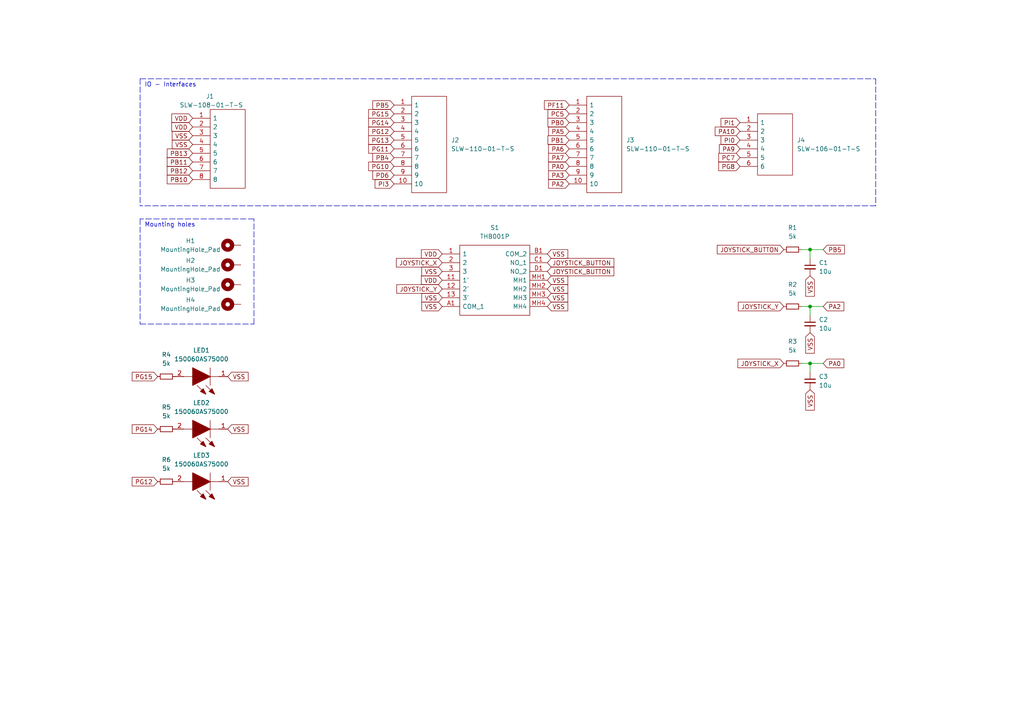
<source format=kicad_sch>
(kicad_sch (version 20211123) (generator eeschema)
  (paper "A4")
  (lib_symbols
    (symbol "Device:C_Small" (pin_numbers hide) (pin_names (offset 0.254) hide)
      (property "Reference" "C" (at 0.254 1.778 0))
      (property "Value" "C_Small" (at 0.254 -2.032 0))
      (symbol "C_Small_0_1"
        (polyline (pts (xy -1.524 -0.508) (xy 1.524 -0.508)) (stroke (width 0.3302)))
        (polyline (pts (xy -1.524 0.508) (xy 1.524 0.508)) (stroke (width 0.3048)))
      )
      (symbol "C_Small_1_1"
        (pin passive line (at 0 2.54 270) (length 2.032) (name "~") (number "1"))
        (pin passive line (at 0 -2.54 90) (length 2.032) (name "~") (number "2"))
      )
    )
    (symbol "Device:R_Small" (pin_numbers hide) (pin_names (offset 0.254) hide)
      (property "Reference" "R" (at 0.762 0.508 0))
      (property "Value" "R_Small" (at 0.762 -1.016 0))
      (symbol "R_Small_0_1"
        (rectangle (start -0.762 1.778) (end 0.762 -1.778) (stroke (width 0.2032)))
      )
      (symbol "R_Small_1_1"
        (pin passive line (at 0 2.54 270) (length 0.762) (name "~") (number "1"))
        (pin passive line (at 0 -2.54 90) (length 0.762) (name "~") (number "2"))
      )
    )
    (symbol "Mechanical:MountingHole_Pad" (pin_numbers hide) (pin_names (offset 1.016) hide)
      (property "Reference" "H" (at 0 6.35 0))
      (property "Value" "MountingHole_Pad" (at 0 4.445 0))
      (symbol "MountingHole_Pad_0_1"
        (circle (center 0 1.27) (radius 1.27) (stroke (width 1.27)))
      )
      (symbol "MountingHole_Pad_1_1"
        (pin input line (at 0 -2.54 90) (length 2.54) (name "1") (number "1"))
      )
    )
    (symbol "SamacSys_Parts:150060AS75000" (pin_names (offset 0.762))
      (property "Reference" "LED" (at 12.7 8.89 0))
      (property "Value" "150060AS75000" (at 12.7 6.35 0))
      (symbol "150060AS75000_0_0"
        (pin passive line (at 0 0 0) (length 2.54) (name "~") (number "1"))
        (pin passive line (at 15.24 0 180) (length 2.54) (name "~") (number "2"))
      )
      (symbol "150060AS75000_0_1"
        (polyline (pts (xy 2.54 0) (xy 5.08 0)) (stroke (width 0.1524)))
        (polyline (pts (xy 5.08 2.54) (xy 5.08 -2.54)) (stroke (width 0.1524)))
        (polyline (pts (xy 6.35 2.54) (xy 3.81 5.08)) (stroke (width 0.1524)))
        (polyline (pts (xy 8.89 2.54) (xy 6.35 5.08)) (stroke (width 0.1524)))
        (polyline (pts (xy 10.16 0) (xy 12.7 0)) (stroke (width 0.1524)))
        (polyline (pts (xy 5.08 0) (xy 10.16 2.54) (xy 10.16 -2.54) (xy 5.08 0)) (stroke (width 0.254)) (fill (type outline)))
        (polyline (pts (xy 5.334 4.318) (xy 4.572 3.556) (xy 3.81 5.08) (xy 5.334 4.318)) (stroke (width 0.254)) (fill (type outline)))
        (polyline (pts (xy 7.874 4.318) (xy 7.112 3.556) (xy 6.35 5.08) (xy 7.874 4.318)) (stroke (width 0.254)) (fill (type outline)))
      )
    )
    (symbol "SamacSys_Parts:SLW-106-01-T-S" (pin_names (offset 0.762))
      (property "Reference" "J" (at 16.51 7.62 0))
      (property "Value" "SLW-106-01-T-S" (at 16.51 5.08 0))
      (symbol "SLW-106-01-T-S_0_0"
        (pin passive line (at 0 0 0) (length 5.08) (name "1") (number "1"))
        (pin passive line (at 0 -2.54 0) (length 5.08) (name "2") (number "2"))
        (pin passive line (at 0 -5.08 0) (length 5.08) (name "3") (number "3"))
        (pin passive line (at 0 -7.62 0) (length 5.08) (name "4") (number "4"))
        (pin passive line (at 0 -10.16 0) (length 5.08) (name "5") (number "5"))
        (pin passive line (at 0 -12.7 0) (length 5.08) (name "6") (number "6"))
      )
      (symbol "SLW-106-01-T-S_0_1"
        (polyline (pts (xy 5.08 2.54) (xy 15.24 2.54) (xy 15.24 -15.24) (xy 5.08 -15.24) (xy 5.08 2.54)) (stroke (width 0.1524)))
      )
    )
    (symbol "SamacSys_Parts:SLW-108-01-T-S" (pin_names (offset 0.762))
      (property "Reference" "J" (at 16.51 7.62 0))
      (property "Value" "SLW-108-01-T-S" (at 16.51 5.08 0))
      (symbol "SLW-108-01-T-S_0_0"
        (pin passive line (at 0 0 0) (length 5.08) (name "1") (number "1"))
        (pin passive line (at 0 -2.54 0) (length 5.08) (name "2") (number "2"))
        (pin passive line (at 0 -5.08 0) (length 5.08) (name "3") (number "3"))
        (pin passive line (at 0 -7.62 0) (length 5.08) (name "4") (number "4"))
        (pin passive line (at 0 -10.16 0) (length 5.08) (name "5") (number "5"))
        (pin passive line (at 0 -12.7 0) (length 5.08) (name "6") (number "6"))
        (pin passive line (at 0 -15.24 0) (length 5.08) (name "7") (number "7"))
        (pin passive line (at 0 -17.78 0) (length 5.08) (name "8") (number "8"))
      )
      (symbol "SLW-108-01-T-S_0_1"
        (polyline (pts (xy 5.08 2.54) (xy 15.24 2.54) (xy 15.24 -20.32) (xy 5.08 -20.32) (xy 5.08 2.54)) (stroke (width 0.1524)))
      )
    )
    (symbol "SamacSys_Parts:SLW-110-01-T-S" (pin_names (offset 0.762))
      (property "Reference" "J" (at 16.51 7.62 0))
      (property "Value" "SLW-110-01-T-S" (at 16.51 5.08 0))
      (symbol "SLW-110-01-T-S_0_0"
        (pin passive line (at 0 0 0) (length 5.08) (name "1") (number "1"))
        (pin passive line (at 0 -22.86 0) (length 5.08) (name "10") (number "10"))
        (pin passive line (at 0 -2.54 0) (length 5.08) (name "2") (number "2"))
        (pin passive line (at 0 -5.08 0) (length 5.08) (name "3") (number "3"))
        (pin passive line (at 0 -7.62 0) (length 5.08) (name "4") (number "4"))
        (pin passive line (at 0 -10.16 0) (length 5.08) (name "5") (number "5"))
        (pin passive line (at 0 -12.7 0) (length 5.08) (name "6") (number "6"))
        (pin passive line (at 0 -15.24 0) (length 5.08) (name "7") (number "7"))
        (pin passive line (at 0 -17.78 0) (length 5.08) (name "8") (number "8"))
        (pin passive line (at 0 -20.32 0) (length 5.08) (name "9") (number "9"))
      )
      (symbol "SLW-110-01-T-S_0_1"
        (polyline (pts (xy 5.08 2.54) (xy 15.24 2.54) (xy 15.24 -25.4) (xy 5.08 -25.4) (xy 5.08 2.54)) (stroke (width 0.1524)))
      )
    )
    (symbol "SamacSys_Parts:THB001P" (pin_names (offset 0.762))
      (property "Reference" "S" (at 26.67 7.62 0))
      (property "Value" "THB001P" (at 26.67 5.08 0))
      (symbol "THB001P_0_0"
        (pin passive line (at 0 0 0) (length 5.08) (name "1") (number "1"))
        (pin passive line (at 0 -7.62 0) (length 5.08) (name "1'") (number "11"))
        (pin passive line (at 0 -10.16 0) (length 5.08) (name "2'") (number "12"))
        (pin passive line (at 0 -12.7 0) (length 5.08) (name "3'") (number "13"))
        (pin passive line (at 0 -2.54 0) (length 5.08) (name "2") (number "2"))
        (pin passive line (at 0 -5.08 0) (length 5.08) (name "3") (number "3"))
        (pin passive line (at 0 -15.24 0) (length 5.08) (name "COM_1") (number "A1"))
        (pin passive line (at 30.48 0 180) (length 5.08) (name "COM_2") (number "B1"))
        (pin passive line (at 30.48 -2.54 180) (length 5.08) (name "NO_1") (number "C1"))
        (pin passive line (at 30.48 -5.08 180) (length 5.08) (name "NO_2") (number "D1"))
        (pin passive line (at 30.48 -7.62 180) (length 5.08) (name "MH1") (number "MH1"))
        (pin passive line (at 30.48 -10.16 180) (length 5.08) (name "MH2") (number "MH2"))
        (pin passive line (at 30.48 -12.7 180) (length 5.08) (name "MH3") (number "MH3"))
        (pin passive line (at 30.48 -15.24 180) (length 5.08) (name "MH4") (number "MH4"))
      )
      (symbol "THB001P_0_1"
        (polyline (pts (xy 5.08 2.54) (xy 25.4 2.54) (xy 25.4 -17.78) (xy 5.08 -17.78) (xy 5.08 2.54)) (stroke (width 0.1524)))
      )
    )
  )
  (junction (at 234.95 72.39))
  (junction (at 234.95 105.41))
  (junction (at 234.95 88.9))
  (polyline (pts (xy 254 22.86) (xy 254 59.69)))
  (wire (pts (xy 234.95 72.39) (xy 234.95 74.93)))
  (wire (pts (xy 232.41 88.9) (xy 234.95 88.9)))
  (polyline (pts (xy 40.64 63.5) (xy 40.64 93.98)))
  (wire (pts (xy 234.95 105.41) (xy 234.95 107.95)))
  (polyline (pts (xy 40.64 22.86) (xy 254 22.86)))
  (wire (pts (xy 234.95 88.9) (xy 234.95 91.44)))
  (polyline (pts (xy 73.66 93.98) (xy 73.66 63.5)))
  (wire (pts (xy 232.41 105.41) (xy 234.95 105.41)))
  (wire (pts (xy 234.95 88.9) (xy 238.76 88.9)))
  (wire (pts (xy 232.41 72.39) (xy 234.95 72.39)))
  (polyline (pts (xy 40.64 22.86) (xy 40.64 59.69)))
  (wire (pts (xy 234.95 72.39) (xy 238.76 72.39)))
  (polyline (pts (xy 40.64 93.98) (xy 73.66 93.98)))
  (polyline (pts (xy 73.66 63.5) (xy 40.64 63.5)))
  (wire (pts (xy 234.95 105.41) (xy 238.76 105.41)))
  (polyline (pts (xy 254 59.69) (xy 40.64 59.69)))
  (text "IO - Interfaces" (at 41.91 25.4 0) (effects (font (size 1.27 1.27)) (justify left bottom)))
  (text "Mounting holes" (at 41.91 66.04 0) (effects (font (size 1.27 1.27)) (justify left bottom)))
  (global_label "PB4" (shape input) (at 114.3 45.72 180) (property "Intersheet References" "${INTERSHEET_REFS}" (effects hide)))
  (global_label "PA0" (shape input) (at 238.76 105.41 0) (property "Intersheet References" "${INTERSHEET_REFS}" (effects hide)))
  (global_label "JOYSTICK_X" (shape input) (at 227.33 105.41 180) (property "Intersheet References" "${INTERSHEET_REFS}" (effects hide)))
  (global_label "PB1" (shape input) (at 165.1 40.64 180) (property "Intersheet References" "${INTERSHEET_REFS}" (effects hide)))
  (global_label "JOYSTICK_BUTTON" (shape input) (at 158.75 76.2 0) (property "Intersheet References" "${INTERSHEET_REFS}" (effects hide)))
  (global_label "VSS" (shape input) (at 158.75 73.66 0) (property "Intersheet References" "${INTERSHEET_REFS}" (effects hide)))
  (global_label "PA2" (shape input) (at 165.1 53.34 180) (property "Intersheet References" "${INTERSHEET_REFS}" (effects hide)))
  (global_label "JOYSTICK_BUTTON" (shape input) (at 158.75 78.74 0) (property "Intersheet References" "${INTERSHEET_REFS}" (effects hide)))
  (global_label "PG12" (shape input) (at 114.3 38.1 180) (property "Intersheet References" "${INTERSHEET_REFS}" (effects hide)))
  (global_label "PG10" (shape input) (at 114.3 48.26 180) (property "Intersheet References" "${INTERSHEET_REFS}" (effects hide)))
  (global_label "PG8" (shape input) (at 214.63 48.26 180) (property "Intersheet References" "${INTERSHEET_REFS}" (effects hide)))
  (global_label "VSS" (shape input) (at 66.04 139.7 0) (property "Intersheet References" "${INTERSHEET_REFS}" (effects hide)))
  (global_label "PA5" (shape input) (at 165.1 38.1 180) (property "Intersheet References" "${INTERSHEET_REFS}" (effects hide)))
  (global_label "VSS" (shape input) (at 128.27 86.36 180) (property "Intersheet References" "${INTERSHEET_REFS}" (effects hide)))
  (global_label "VSS" (shape input) (at 66.04 124.46 0) (property "Intersheet References" "${INTERSHEET_REFS}" (effects hide)))
  (global_label "PA10" (shape input) (at 214.63 38.1 180) (property "Intersheet References" "${INTERSHEET_REFS}" (effects hide)))
  (global_label "VDD" (shape input) (at 128.27 81.28 180) (property "Intersheet References" "${INTERSHEET_REFS}" (effects hide)))
  (global_label "PD6" (shape input) (at 114.3 50.8 180) (property "Intersheet References" "${INTERSHEET_REFS}" (effects hide)))
  (global_label "VDD" (shape input) (at 128.27 73.66 180) (property "Intersheet References" "${INTERSHEET_REFS}" (effects hide)))
  (global_label "PF11" (shape input) (at 165.1 30.48 180) (property "Intersheet References" "${INTERSHEET_REFS}" (effects hide)))
  (global_label "PB12" (shape input) (at 55.88 49.53 180) (property "Intersheet References" "${INTERSHEET_REFS}" (effects hide)))
  (global_label "PB5" (shape input) (at 238.76 72.39 0) (property "Intersheet References" "${INTERSHEET_REFS}" (effects hide)))
  (global_label "PG15" (shape input) (at 45.72 109.22 180) (property "Intersheet References" "${INTERSHEET_REFS}" (effects hide)))
  (global_label "VSS" (shape input) (at 158.75 86.36 0) (property "Intersheet References" "${INTERSHEET_REFS}" (effects hide)))
  (global_label "JOYSTICK_X" (shape input) (at 128.27 76.2 180) (property "Intersheet References" "${INTERSHEET_REFS}" (effects hide)))
  (global_label "VSS" (shape input) (at 55.88 41.91 180) (property "Intersheet References" "${INTERSHEET_REFS}" (effects hide)))
  (global_label "PB5" (shape input) (at 114.3 30.48 180) (property "Intersheet References" "${INTERSHEET_REFS}" (effects hide)))
  (global_label "VDD" (shape input) (at 55.88 36.83 180) (property "Intersheet References" "${INTERSHEET_REFS}" (effects hide)))
  (global_label "PG11" (shape input) (at 114.3 43.18 180) (property "Intersheet References" "${INTERSHEET_REFS}" (effects hide)))
  (global_label "PA3" (shape input) (at 165.1 50.8 180) (property "Intersheet References" "${INTERSHEET_REFS}" (effects hide)))
  (global_label "PG15" (shape input) (at 114.3 33.02 180) (property "Intersheet References" "${INTERSHEET_REFS}" (effects hide)))
  (global_label "PB0" (shape input) (at 165.1 35.56 180) (property "Intersheet References" "${INTERSHEET_REFS}" (effects hide)))
  (global_label "PG13" (shape input) (at 114.3 40.64 180) (property "Intersheet References" "${INTERSHEET_REFS}" (effects hide)))
  (global_label "PC5" (shape input) (at 165.1 33.02 180) (property "Intersheet References" "${INTERSHEET_REFS}" (effects hide)))
  (global_label "PB13" (shape input) (at 55.88 44.45 180) (property "Intersheet References" "${INTERSHEET_REFS}" (effects hide)))
  (global_label "VSS" (shape input) (at 158.75 88.9 0) (property "Intersheet References" "${INTERSHEET_REFS}" (effects hide)))
  (global_label "JOYSTICK_BUTTON" (shape input) (at 227.33 72.39 180) (property "Intersheet References" "${INTERSHEET_REFS}" (effects hide)))
  (global_label "VSS" (shape input) (at 128.27 88.9 180) (property "Intersheet References" "${INTERSHEET_REFS}" (effects hide)))
  (global_label "PI1" (shape input) (at 214.63 35.56 180) (property "Intersheet References" "${INTERSHEET_REFS}" (effects hide)))
  (global_label "PA0" (shape input) (at 165.1 48.26 180) (property "Intersheet References" "${INTERSHEET_REFS}" (effects hide)))
  (global_label "VDD" (shape input) (at 55.88 34.29 180) (property "Intersheet References" "${INTERSHEET_REFS}" (effects hide)))
  (global_label "PA9" (shape input) (at 214.63 43.18 180) (property "Intersheet References" "${INTERSHEET_REFS}" (effects hide)))
  (global_label "PI0" (shape input) (at 214.63 40.64 180) (property "Intersheet References" "${INTERSHEET_REFS}" (effects hide)))
  (global_label "PA2" (shape input) (at 238.76 88.9 0) (property "Intersheet References" "${INTERSHEET_REFS}" (effects hide)))
  (global_label "PB11" (shape input) (at 55.88 46.99 180) (property "Intersheet References" "${INTERSHEET_REFS}" (effects hide)))
  (global_label "JOYSTICK_Y" (shape input) (at 227.33 88.9 180) (property "Intersheet References" "${INTERSHEET_REFS}" (effects hide)))
  (global_label "PG14" (shape input) (at 45.72 124.46 180) (property "Intersheet References" "${INTERSHEET_REFS}" (effects hide)))
  (global_label "PB10" (shape input) (at 55.88 52.07 180) (property "Intersheet References" "${INTERSHEET_REFS}" (effects hide)))
  (global_label "PI3" (shape input) (at 114.3 53.34 180) (property "Intersheet References" "${INTERSHEET_REFS}" (effects hide)))
  (global_label "VSS" (shape input) (at 158.75 83.82 0) (property "Intersheet References" "${INTERSHEET_REFS}" (effects hide)))
  (global_label "VSS" (shape input) (at 158.75 81.28 0) (property "Intersheet References" "${INTERSHEET_REFS}" (effects hide)))
  (global_label "PA7" (shape input) (at 165.1 45.72 180) (property "Intersheet References" "${INTERSHEET_REFS}" (effects hide)))
  (global_label "VSS" (shape input) (at 55.88 39.37 180) (property "Intersheet References" "${INTERSHEET_REFS}" (effects hide)))
  (global_label "VSS" (shape input) (at 66.04 109.22 0) (property "Intersheet References" "${INTERSHEET_REFS}" (effects hide)))
  (global_label "JOYSTICK_Y" (shape input) (at 128.27 83.82 180) (property "Intersheet References" "${INTERSHEET_REFS}" (effects hide)))
  (global_label "VSS" (shape input) (at 234.95 113.03 270) (property "Intersheet References" "${INTERSHEET_REFS}" (effects hide)))
  (global_label "PG12" (shape input) (at 45.72 139.7 180) (property "Intersheet References" "${INTERSHEET_REFS}" (effects hide)))
  (global_label "VSS" (shape input) (at 128.27 78.74 180) (property "Intersheet References" "${INTERSHEET_REFS}" (effects hide)))
  (global_label "PG14" (shape input) (at 114.3 35.56 180) (property "Intersheet References" "${INTERSHEET_REFS}" (effects hide)))
  (global_label "VSS" (shape input) (at 234.95 80.01 270) (property "Intersheet References" "${INTERSHEET_REFS}" (effects hide)))
  (global_label "VSS" (shape input) (at 234.95 96.52 270) (property "Intersheet References" "${INTERSHEET_REFS}" (effects hide)))
  (global_label "PA6" (shape input) (at 165.1 43.18 180) (property "Intersheet References" "${INTERSHEET_REFS}" (effects hide)))
  (global_label "PC7" (shape input) (at 214.63 45.72 180) (property "Intersheet References" "${INTERSHEET_REFS}" (effects hide)))
  (symbol (lib_id "SamacSys_Parts:150060AS75000") (at 66.04 124.46 180) (unit 1)
    (property "Reference" "LED2" (at 58.42 116.84 0))
    (property "Value" "150060AS75000" (at 58.42 119.38 0))
    (property "Footprint" "SamacSys_Parts:LEDC1608X80N" (effects hide))
    (property "Datasheet" "https://componentsearchengine.com/Datasheets/2/150060AS75000.pdf" (effects hide))
    (property "Description" "2.4 V Amber LED 1608 (0603)  SMD, Wurth Elektronik WL-SMCW 150060AS75000" (effects hide))
    (property "Height" "0.8" (effects hide))
    (property "Mouser Part Number" "710-150060AS75000" (effects hide))
    (property "Mouser Price/Stock" "https://www.mouser.co.uk/ProductDetail/Wurth-Elektronik/150060AS75000?qs=d0WKAl%252BL4KbvMBYryeof0Q%3D%3D" (effects hide))
    (property "Manufacturer_Name" "Wurth Elektronik" (effects hide))
    (property "Manufacturer_Part_Number" "150060AS75000" (effects hide))
  )
  (symbol (lib_id "Device:R_Small") (at 48.26 109.22 90) (unit 1)
    (property "Reference" "R4" (at 48.26 102.87 90))
    (property "Value" "5k" (at 48.26 105.41 90))
    (property "Footprint" "Resistor_SMD:R_0805_2012Metric" (effects hide))
  )
  (symbol (lib_id "Mechanical:MountingHole_Pad") (at 67.31 71.12 90) (unit 1)
    (property "Reference" "H1" (at 55.245 69.85 90))
    (property "Value" "MountingHole_Pad" (at 55.245 72.39 90))
    (property "Footprint" "MountingHole:MountingHole_3.2mm_M3_Pad_Via" (effects hide))
  )
  (symbol (lib_id "Device:R_Small") (at 48.26 124.46 90) (unit 1)
    (property "Reference" "R5" (at 48.26 118.11 90))
    (property "Value" "5k" (at 48.26 120.65 90))
    (property "Footprint" "Resistor_SMD:R_0805_2012Metric" (effects hide))
  )
  (symbol (lib_id "Mechanical:MountingHole_Pad") (at 67.31 76.835 90) (unit 1)
    (property "Reference" "H2" (at 55.245 75.565 90))
    (property "Value" "MountingHole_Pad" (at 55.245 78.105 90))
    (property "Footprint" "MountingHole:MountingHole_3.2mm_M3_Pad_Via" (effects hide))
  )
  (symbol (lib_id "Device:C_Small") (at 234.95 93.98 0) (unit 1)
    (property "Reference" "C2" (at 237.49 92.7162 0) (effects (justify left)))
    (property "Value" "10u" (at 237.49 95.2562 0) (effects (justify left)))
    (property "Footprint" "Capacitor_SMD:C_0805_2012Metric" (effects hide))
  )
  (symbol (lib_id "Device:C_Small") (at 234.95 110.49 0) (unit 1)
    (property "Reference" "C3" (at 237.49 109.2262 0) (effects (justify left)))
    (property "Value" "10u" (at 237.49 111.7662 0) (effects (justify left)))
    (property "Footprint" "Capacitor_SMD:C_0805_2012Metric" (effects hide))
  )
  (symbol (lib_id "Device:C_Small") (at 234.95 77.47 0) (unit 1)
    (property "Reference" "C1" (at 237.49 76.2062 0) (effects (justify left)))
    (property "Value" "10u" (at 237.49 78.7462 0) (effects (justify left)))
    (property "Footprint" "Capacitor_SMD:C_0805_2012Metric" (effects hide))
  )
  (symbol (lib_id "SamacSys_Parts:SLW-110-01-T-S") (at 165.1 30.48 0) (unit 1)
    (property "Reference" "J3" (at 181.61 40.6399 0) (effects (justify left)))
    (property "Value" "SLW-110-01-T-S" (at 181.61 43.1799 0) (effects (justify left)))
    (property "Footprint" "SamacSys_Parts:SLW-110-01-X-S" (effects hide))
    (property "Datasheet" "http://suddendocs.samtec.com/prints/slw-1xx-01-x-x-mkt.pdf" (effects hide))
    (property "Description" "10 Position, .100&quot; Tiger Buy&trade; Low Profile Socket Strip, Single-Row" (effects hide))
    (property "Height" "4.57" (effects hide))
    (property "Mouser Part Number" "200-SLW11001TS" (effects hide))
    (property "Mouser Price/Stock" "https://www.mouser.co.uk/ProductDetail/Samtec/SLW-110-01-T-S?qs=WqbWUrltBn0VpUHXVPrl6A%3D%3D" (effects hide))
    (property "Manufacturer_Name" "SAMTEC" (effects hide))
    (property "Manufacturer_Part_Number" "SLW-110-01-T-S" (effects hide))
  )
  (symbol (lib_id "Device:R_Small") (at 48.26 139.7 90) (unit 1)
    (property "Reference" "R6" (at 48.26 133.35 90))
    (property "Value" "5k" (at 48.26 135.89 90))
    (property "Footprint" "Resistor_SMD:R_0805_2012Metric" (effects hide))
  )
  (symbol (lib_id "SamacSys_Parts:150060AS75000") (at 66.04 139.7 180) (unit 1)
    (property "Reference" "LED3" (at 58.42 132.08 0))
    (property "Value" "150060AS75000" (at 58.42 134.62 0))
    (property "Footprint" "SamacSys_Parts:LEDC1608X80N" (effects hide))
    (property "Datasheet" "https://componentsearchengine.com/Datasheets/2/150060AS75000.pdf" (effects hide))
    (property "Description" "2.4 V Amber LED 1608 (0603)  SMD, Wurth Elektronik WL-SMCW 150060AS75000" (effects hide))
    (property "Height" "0.8" (effects hide))
    (property "Mouser Part Number" "710-150060AS75000" (effects hide))
    (property "Mouser Price/Stock" "https://www.mouser.co.uk/ProductDetail/Wurth-Elektronik/150060AS75000?qs=d0WKAl%252BL4KbvMBYryeof0Q%3D%3D" (effects hide))
    (property "Manufacturer_Name" "Wurth Elektronik" (effects hide))
    (property "Manufacturer_Part_Number" "150060AS75000" (effects hide))
  )
  (symbol (lib_id "Device:R_Small") (at 229.87 88.9 90) (unit 1)
    (property "Reference" "R2" (at 229.87 82.55 90))
    (property "Value" "5k" (at 229.87 85.09 90))
    (property "Footprint" "Resistor_SMD:R_0805_2012Metric" (effects hide))
  )
  (symbol (lib_id "SamacSys_Parts:150060AS75000") (at 66.04 109.22 180) (unit 1)
    (property "Reference" "LED1" (at 58.42 101.6 0))
    (property "Value" "150060AS75000" (at 58.42 104.14 0))
    (property "Footprint" "SamacSys_Parts:LEDC1608X80N" (effects hide))
    (property "Datasheet" "https://componentsearchengine.com/Datasheets/2/150060AS75000.pdf" (effects hide))
    (property "Description" "2.4 V Amber LED 1608 (0603)  SMD, Wurth Elektronik WL-SMCW 150060AS75000" (effects hide))
    (property "Height" "0.8" (effects hide))
    (property "Mouser Part Number" "710-150060AS75000" (effects hide))
    (property "Mouser Price/Stock" "https://www.mouser.co.uk/ProductDetail/Wurth-Elektronik/150060AS75000?qs=d0WKAl%252BL4KbvMBYryeof0Q%3D%3D" (effects hide))
    (property "Manufacturer_Name" "Wurth Elektronik" (effects hide))
    (property "Manufacturer_Part_Number" "150060AS75000" (effects hide))
  )
  (symbol (lib_id "SamacSys_Parts:THB001P") (at 128.27 73.66 0) (unit 1)
    (property "Reference" "S1" (at 143.51 66.04 0))
    (property "Value" "THB001P" (at 143.51 68.58 0))
    (property "Footprint" "SamacSys_Parts:THB001P" (effects hide))
    (property "Datasheet" "https://www.ckswitches.com/media/2873/thb.pdf" (effects hide))
    (property "Description" "THUMBSTICK, 0.05A, 12VDC, 2 AXIS, PCB; No. of Axes:2; Track Resistance:10kohm; Supply Voltage Max:-; No. of Switch Positions:-; Contact Current AC Max:-; Contact Voltage AC Max:50V; Rotation Electrical Angle:36" (effects hide))
    (property "Height" "19.85" (effects hide))
    (property "Mouser Part Number" "611-THB001P" (effects hide))
    (property "Mouser Price/Stock" "https://www.mouser.co.uk/ProductDetail/CK/THB001P?qs=OlC7AqGiEDlMaVQ%2FEBrivA%3D%3D" (effects hide))
    (property "Manufacturer_Name" "C & K COMPONENTS" (effects hide))
    (property "Manufacturer_Part_Number" "THB001P" (effects hide))
  )
  (symbol (lib_id "SamacSys_Parts:SLW-106-01-T-S") (at 214.63 35.56 0) (unit 1)
    (property "Reference" "J4" (at 231.14 40.6399 0) (effects (justify left)))
    (property "Value" "SLW-106-01-T-S" (at 231.14 43.1799 0) (effects (justify left)))
    (property "Footprint" "SamacSys_Parts:SLW-106-01-X-S" (effects hide))
    (property "Datasheet" "http://suddendocs.samtec.com/prints/slw-1xx-01-x-x-mkt.pdf" (effects hide))
    (property "Description" "6 Position, .100&quot; Tiger Buy&trade; Low Profile Socket Strip, Single-Row" (effects hide))
    (property "Mouser Part Number" "200-SLW10601TS" (effects hide))
    (property "Mouser Price/Stock" "https://www.mouser.co.uk/ProductDetail/Samtec/SLW-106-01-T-S?qs=92ilVni64gwgeQzrY9annQ%3D%3D" (effects hide))
    (property "Manufacturer_Name" "SAMTEC" (effects hide))
    (property "Manufacturer_Part_Number" "SLW-106-01-T-S" (effects hide))
  )
  (symbol (lib_id "SamacSys_Parts:SLW-108-01-T-S") (at 55.88 34.29 0) (unit 1)
    (property "Reference" "J1" (at 59.69 27.94 0) (effects (justify left)))
    (property "Value" "SLW-108-01-T-S" (at 52.07 30.48 0) (effects (justify left)))
    (property "Footprint" "SamacSys_Parts:SLW-108-01-X-S" (effects hide))
    (property "Datasheet" "https://componentsearchengine.com/Datasheets/1/SLW-108-01-T-S.pdf" (effects hide))
    (property "Description" "8 Position, .100&quot; Tiger Buy&trade; Low Profile Socket Strip, Single-Row" (effects hide))
    (property "Mouser Part Number" "200-SLW10801TS" (effects hide))
    (property "Mouser Price/Stock" "https://www.mouser.com/Search/Refine.aspx?Keyword=200-SLW10801TS" (effects hide))
    (property "Manufacturer_Name" "SAMTEC" (effects hide))
    (property "Manufacturer_Part_Number" "SLW-108-01-T-S" (effects hide))
  )
  (symbol (lib_id "Mechanical:MountingHole_Pad") (at 67.31 82.55 90) (unit 1)
    (property "Reference" "H3" (at 55.245 81.28 90))
    (property "Value" "MountingHole_Pad" (at 55.245 83.82 90))
    (property "Footprint" "MountingHole:MountingHole_3.2mm_M3_Pad_Via" (effects hide))
  )
  (symbol (lib_id "Device:R_Small") (at 229.87 105.41 90) (unit 1)
    (property "Reference" "R3" (at 229.87 99.06 90))
    (property "Value" "5k" (at 229.87 101.6 90))
    (property "Footprint" "Resistor_SMD:R_0805_2012Metric" (effects hide))
  )
  (symbol (lib_id "SamacSys_Parts:SLW-110-01-T-S") (at 114.3 30.48 0) (unit 1)
    (property "Reference" "J2" (at 130.81 40.6399 0) (effects (justify left)))
    (property "Value" "SLW-110-01-T-S" (at 130.81 43.1799 0) (effects (justify left)))
    (property "Footprint" "SamacSys_Parts:SLW-110-01-X-S" (effects hide))
    (property "Datasheet" "http://suddendocs.samtec.com/prints/slw-1xx-01-x-x-mkt.pdf" (effects hide))
    (property "Description" "10 Position, .100&quot; Tiger Buy&trade; Low Profile Socket Strip, Single-Row" (effects hide))
    (property "Height" "4.57" (effects hide))
    (property "Mouser Part Number" "200-SLW11001TS" (effects hide))
    (property "Mouser Price/Stock" "https://www.mouser.co.uk/ProductDetail/Samtec/SLW-110-01-T-S?qs=WqbWUrltBn0VpUHXVPrl6A%3D%3D" (effects hide))
    (property "Manufacturer_Name" "SAMTEC" (effects hide))
    (property "Manufacturer_Part_Number" "SLW-110-01-T-S" (effects hide))
  )
  (symbol (lib_id "Mechanical:MountingHole_Pad") (at 67.31 88.265 90) (unit 1)
    (property "Reference" "H4" (at 55.245 86.995 90))
    (property "Value" "MountingHole_Pad" (at 55.245 89.535 90))
    (property "Footprint" "MountingHole:MountingHole_3.2mm_M3_Pad_Via" (effects hide))
  )
  (symbol (lib_id "Device:R_Small") (at 229.87 72.39 90) (unit 1)
    (property "Reference" "R1" (at 229.87 66.04 90))
    (property "Value" "5k" (at 229.87 68.58 90))
    (property "Footprint" "Resistor_SMD:R_0805_2012Metric" (effects hide))
  )
)
</source>
